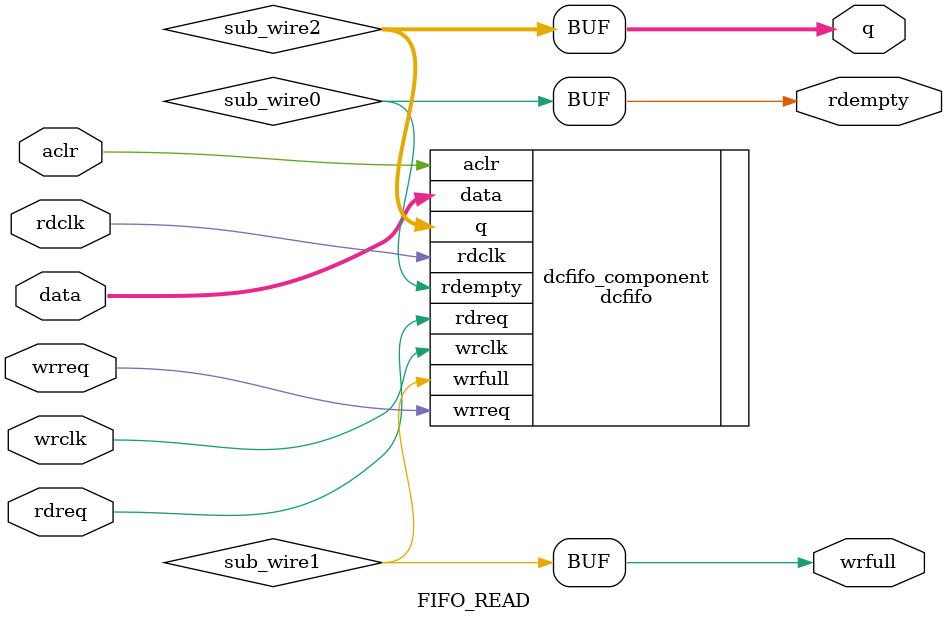
<source format=v>
module FIFO_READ (
	aclr,
	data,
	rdclk,
	rdreq,
	wrclk,
	wrreq,
	q,
	rdempty,
	wrfull);
	input	  aclr;
	input	[7:0]  data;
	input	  rdclk;
	input	  rdreq;
	input	  wrclk;
	input	  wrreq;
	output	[7:0]  q;
	output	  rdempty;
	output	  wrfull;
`ifndef ALTERA_RESERVED_QIS
// synopsys translate_off
`endif
	tri0	  aclr;
`ifndef ALTERA_RESERVED_QIS
// synopsys translate_on
`endif
	wire  sub_wire0;
	wire  sub_wire1;
	wire [7:0] sub_wire2;
	wire  rdempty = sub_wire0;
	wire  wrfull = sub_wire1;
	wire [7:0] q = sub_wire2[7:0];
	dcfifo	dcfifo_component (
				.wrclk (wrclk),
				.rdreq (rdreq),
				.aclr (aclr),
				.rdclk (rdclk),
				.wrreq (wrreq),
				.data (data),
				.rdempty (sub_wire0),
				.wrfull (sub_wire1),
				.q (sub_wire2)
				// synopsys translate_off
				,
				.rdfull (),
				.rdusedw (),
				.wrempty (),
				.wrusedw ()
				// synopsys translate_on
				);
	defparam
		dcfifo_component.intended_device_family = "Cyclone II",
		dcfifo_component.lpm_hint = "MAXIMIZE_SPEED=5,",
		dcfifo_component.lpm_numwords = 512,
		dcfifo_component.lpm_showahead = "OFF",
		dcfifo_component.lpm_type = "dcfifo",
		dcfifo_component.lpm_width = 8,
		dcfifo_component.lpm_widthu = 9,
		dcfifo_component.overflow_checking = "ON",
		dcfifo_component.rdsync_delaypipe = 4,
		dcfifo_component.underflow_checking = "ON",
		dcfifo_component.use_eab = "ON",
		dcfifo_component.write_aclr_synch = "OFF",
		dcfifo_component.wrsync_delaypipe = 4;
endmodule
</source>
